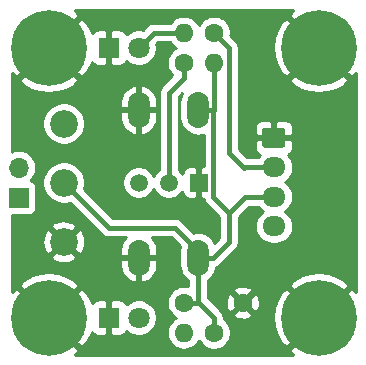
<source format=gbr>
G04 #@! TF.GenerationSoftware,KiCad,Pcbnew,(5.1.4)-1*
G04 #@! TF.CreationDate,2021-01-14T09:01:17+01:00*
G04 #@! TF.ProjectId,daughterBoard,64617567-6874-4657-9242-6f6172642e6b,rev?*
G04 #@! TF.SameCoordinates,Original*
G04 #@! TF.FileFunction,Copper,L1,Top*
G04 #@! TF.FilePolarity,Positive*
%FSLAX46Y46*%
G04 Gerber Fmt 4.6, Leading zero omitted, Abs format (unit mm)*
G04 Created by KiCad (PCBNEW (5.1.4)-1) date 2021-01-14 09:01:17*
%MOMM*%
%LPD*%
G04 APERTURE LIST*
%ADD10C,0.100000*%
%ADD11C,1.700000*%
%ADD12O,1.950000X1.700000*%
%ADD13C,6.400000*%
%ADD14C,0.800000*%
%ADD15C,2.340000*%
%ADD16O,1.850000X3.048000*%
%ADD17C,1.600000*%
%ADD18R,1.800000X1.800000*%
%ADD19C,1.800000*%
%ADD20R,1.700000X1.700000*%
%ADD21O,1.700000X1.700000*%
%ADD22C,1.500000*%
%ADD23R,1.500000X1.500000*%
%ADD24O,1.600000X1.600000*%
%ADD25C,0.400000*%
%ADD26C,0.254000*%
G04 APERTURE END LIST*
D10*
G36*
X153149504Y-99481204D02*
G01*
X153173773Y-99484804D01*
X153197571Y-99490765D01*
X153220671Y-99499030D01*
X153242849Y-99509520D01*
X153263893Y-99522133D01*
X153283598Y-99536747D01*
X153301777Y-99553223D01*
X153318253Y-99571402D01*
X153332867Y-99591107D01*
X153345480Y-99612151D01*
X153355970Y-99634329D01*
X153364235Y-99657429D01*
X153370196Y-99681227D01*
X153373796Y-99705496D01*
X153375000Y-99730000D01*
X153375000Y-100930000D01*
X153373796Y-100954504D01*
X153370196Y-100978773D01*
X153364235Y-101002571D01*
X153355970Y-101025671D01*
X153345480Y-101047849D01*
X153332867Y-101068893D01*
X153318253Y-101088598D01*
X153301777Y-101106777D01*
X153283598Y-101123253D01*
X153263893Y-101137867D01*
X153242849Y-101150480D01*
X153220671Y-101160970D01*
X153197571Y-101169235D01*
X153173773Y-101175196D01*
X153149504Y-101178796D01*
X153125000Y-101180000D01*
X151675000Y-101180000D01*
X151650496Y-101178796D01*
X151626227Y-101175196D01*
X151602429Y-101169235D01*
X151579329Y-101160970D01*
X151557151Y-101150480D01*
X151536107Y-101137867D01*
X151516402Y-101123253D01*
X151498223Y-101106777D01*
X151481747Y-101088598D01*
X151467133Y-101068893D01*
X151454520Y-101047849D01*
X151444030Y-101025671D01*
X151435765Y-101002571D01*
X151429804Y-100978773D01*
X151426204Y-100954504D01*
X151425000Y-100930000D01*
X151425000Y-99730000D01*
X151426204Y-99705496D01*
X151429804Y-99681227D01*
X151435765Y-99657429D01*
X151444030Y-99634329D01*
X151454520Y-99612151D01*
X151467133Y-99591107D01*
X151481747Y-99571402D01*
X151498223Y-99553223D01*
X151516402Y-99536747D01*
X151536107Y-99522133D01*
X151557151Y-99509520D01*
X151579329Y-99499030D01*
X151602429Y-99490765D01*
X151626227Y-99484804D01*
X151650496Y-99481204D01*
X151675000Y-99480000D01*
X153125000Y-99480000D01*
X153149504Y-99481204D01*
X153149504Y-99481204D01*
G37*
D11*
X152400000Y-100330000D03*
D12*
X152400000Y-102830000D03*
X152400000Y-105330000D03*
X152400000Y-107830000D03*
D13*
X156210000Y-115570000D03*
D14*
X158610000Y-115570000D03*
X157907056Y-117267056D03*
X156210000Y-117970000D03*
X154512944Y-117267056D03*
X153810000Y-115570000D03*
X154512944Y-113872944D03*
X156210000Y-113170000D03*
X157907056Y-113872944D03*
X135047056Y-113872944D03*
X133350000Y-113170000D03*
X131652944Y-113872944D03*
X130950000Y-115570000D03*
X131652944Y-117267056D03*
X133350000Y-117970000D03*
X135047056Y-117267056D03*
X135750000Y-115570000D03*
D13*
X133350000Y-115570000D03*
X133350000Y-92710000D03*
D14*
X135750000Y-92710000D03*
X135047056Y-94407056D03*
X133350000Y-95110000D03*
X131652944Y-94407056D03*
X130950000Y-92710000D03*
X131652944Y-91012944D03*
X133350000Y-90310000D03*
X135047056Y-91012944D03*
X157907056Y-91012944D03*
X156210000Y-90310000D03*
X154512944Y-91012944D03*
X153810000Y-92710000D03*
X154512944Y-94407056D03*
X156210000Y-95110000D03*
X157907056Y-94407056D03*
X158610000Y-92710000D03*
D13*
X156210000Y-92710000D03*
D15*
X134620000Y-109140000D03*
X134620000Y-104140000D03*
X134620000Y-99140000D03*
D16*
X140970000Y-97990000D03*
X145970000Y-97990000D03*
X140970000Y-110490000D03*
X145970000Y-110490000D03*
D17*
X144780000Y-114300000D03*
X149780000Y-114300000D03*
D18*
X138430000Y-92710000D03*
D19*
X140970000Y-92710000D03*
X140970000Y-115570000D03*
D18*
X138430000Y-115570000D03*
D20*
X130810000Y-105410000D03*
D21*
X130810000Y-102870000D03*
D22*
X143510000Y-104140000D03*
X140970000Y-104140000D03*
D23*
X146050000Y-104140000D03*
D17*
X147320000Y-116840000D03*
D24*
X144780000Y-116840000D03*
X144780000Y-91440000D03*
D17*
X147320000Y-91440000D03*
X144780000Y-93980000D03*
D24*
X147320000Y-93980000D03*
D25*
X147320000Y-116840000D02*
X147320000Y-115570000D01*
X144780000Y-114300000D02*
X146050000Y-114300000D01*
X146050000Y-114300000D02*
X147320000Y-115570000D01*
X145970000Y-110490000D02*
X145970000Y-114220000D01*
X152400000Y-105330000D02*
X149940000Y-105330000D01*
X147295000Y-110490000D02*
X148590000Y-109195000D01*
X145970000Y-110490000D02*
X147295000Y-110490000D01*
X148590000Y-109195000D02*
X148590000Y-106680000D01*
X148590000Y-106680000D02*
X149860000Y-105410000D01*
X145970000Y-109891000D02*
X145970000Y-110490000D01*
X144029000Y-107950000D02*
X145970000Y-109891000D01*
X138430000Y-107950000D02*
X144029000Y-107950000D01*
X134620000Y-104140000D02*
X138430000Y-107950000D01*
X147320000Y-95111370D02*
X147320000Y-93980000D01*
X147320000Y-97965000D02*
X147320000Y-95111370D01*
X147295000Y-97990000D02*
X147320000Y-97965000D01*
X145970000Y-97990000D02*
X147295000Y-97990000D01*
X147295000Y-105385000D02*
X148590000Y-106680000D01*
X147295000Y-97990000D02*
X147295000Y-105385000D01*
X140970000Y-92710000D02*
X142240000Y-91440000D01*
X142240000Y-91440000D02*
X144780000Y-91440000D01*
X149900000Y-102830000D02*
X152400000Y-102830000D01*
X149860000Y-102870000D02*
X149900000Y-102830000D01*
X148590000Y-101600000D02*
X149860000Y-102870000D01*
X147320000Y-91440000D02*
X148590000Y-92710000D01*
X148590000Y-92710000D02*
X148590000Y-101600000D01*
X144780000Y-93980000D02*
X144780000Y-95250000D01*
X144780000Y-95250000D02*
X143510000Y-96520000D01*
X143510000Y-96520000D02*
X143510000Y-104140000D01*
D26*
G36*
X153688724Y-90009119D02*
G01*
X156210000Y-92530395D01*
X156224143Y-92516253D01*
X156403748Y-92695858D01*
X156389605Y-92710000D01*
X158910881Y-95231276D01*
X159360000Y-94900914D01*
X159360001Y-113379086D01*
X158910881Y-113048724D01*
X156389605Y-115570000D01*
X156403748Y-115584143D01*
X156224143Y-115763748D01*
X156210000Y-115749605D01*
X153688724Y-118270881D01*
X154019086Y-118720000D01*
X135540914Y-118720000D01*
X135871276Y-118270881D01*
X133350000Y-115749605D01*
X133335858Y-115763748D01*
X133156253Y-115584143D01*
X133170395Y-115570000D01*
X133529605Y-115570000D01*
X136050881Y-118091276D01*
X136540548Y-117731088D01*
X136900849Y-117067118D01*
X136984695Y-116796865D01*
X136999463Y-116824494D01*
X137078815Y-116921185D01*
X137175506Y-117000537D01*
X137285820Y-117059502D01*
X137405518Y-117095812D01*
X137530000Y-117108072D01*
X138144250Y-117105000D01*
X138303000Y-116946250D01*
X138303000Y-115697000D01*
X138283000Y-115697000D01*
X138283000Y-115443000D01*
X138303000Y-115443000D01*
X138303000Y-114193750D01*
X138557000Y-114193750D01*
X138557000Y-115443000D01*
X138577000Y-115443000D01*
X138577000Y-115697000D01*
X138557000Y-115697000D01*
X138557000Y-116946250D01*
X138715750Y-117105000D01*
X139330000Y-117108072D01*
X139454482Y-117095812D01*
X139574180Y-117059502D01*
X139684494Y-117000537D01*
X139781185Y-116921185D01*
X139860537Y-116824494D01*
X139919502Y-116714180D01*
X139925056Y-116695873D01*
X139991495Y-116762312D01*
X140242905Y-116930299D01*
X140522257Y-117046011D01*
X140818816Y-117105000D01*
X141121184Y-117105000D01*
X141417743Y-117046011D01*
X141697095Y-116930299D01*
X141948505Y-116762312D01*
X142162312Y-116548505D01*
X142330299Y-116297095D01*
X142446011Y-116017743D01*
X142505000Y-115721184D01*
X142505000Y-115418816D01*
X142446011Y-115122257D01*
X142330299Y-114842905D01*
X142162312Y-114591495D01*
X141948505Y-114377688D01*
X141697095Y-114209701D01*
X141417743Y-114093989D01*
X141121184Y-114035000D01*
X140818816Y-114035000D01*
X140522257Y-114093989D01*
X140242905Y-114209701D01*
X139991495Y-114377688D01*
X139925056Y-114444127D01*
X139919502Y-114425820D01*
X139860537Y-114315506D01*
X139781185Y-114218815D01*
X139684494Y-114139463D01*
X139574180Y-114080498D01*
X139454482Y-114044188D01*
X139330000Y-114031928D01*
X138715750Y-114035000D01*
X138557000Y-114193750D01*
X138303000Y-114193750D01*
X138144250Y-114035000D01*
X137530000Y-114031928D01*
X137405518Y-114044188D01*
X137285820Y-114080498D01*
X137175506Y-114139463D01*
X137078815Y-114218815D01*
X136999463Y-114315506D01*
X136985702Y-114341251D01*
X136919452Y-114117792D01*
X136567555Y-113449330D01*
X136540548Y-113408912D01*
X136050881Y-113048724D01*
X133529605Y-115570000D01*
X133170395Y-115570000D01*
X130649119Y-113048724D01*
X130200000Y-113379086D01*
X130200000Y-112869119D01*
X130828724Y-112869119D01*
X133350000Y-115390395D01*
X135871276Y-112869119D01*
X135511088Y-112379452D01*
X134847118Y-112019151D01*
X134125615Y-111795306D01*
X133374305Y-111716520D01*
X132622062Y-111785822D01*
X131897792Y-112000548D01*
X131229330Y-112352445D01*
X131188912Y-112379452D01*
X130828724Y-112869119D01*
X130200000Y-112869119D01*
X130200000Y-110396602D01*
X133543003Y-110396602D01*
X133659275Y-110678389D01*
X133977860Y-110836257D01*
X134321122Y-110928938D01*
X134675869Y-110952873D01*
X135028470Y-110907139D01*
X135365373Y-110793495D01*
X135580725Y-110678389D01*
X135606055Y-110617000D01*
X139410000Y-110617000D01*
X139410000Y-111216000D01*
X139464751Y-111517901D01*
X139577348Y-111803319D01*
X139743464Y-112061286D01*
X139956715Y-112281889D01*
X140208906Y-112456650D01*
X140490345Y-112578853D01*
X140601336Y-112604812D01*
X140843000Y-112484483D01*
X140843000Y-110617000D01*
X141097000Y-110617000D01*
X141097000Y-112484483D01*
X141338664Y-112604812D01*
X141449655Y-112578853D01*
X141731094Y-112456650D01*
X141983285Y-112281889D01*
X142196536Y-112061286D01*
X142362652Y-111803319D01*
X142475249Y-111517901D01*
X142530000Y-111216000D01*
X142530000Y-110617000D01*
X141097000Y-110617000D01*
X140843000Y-110617000D01*
X139410000Y-110617000D01*
X135606055Y-110617000D01*
X135696997Y-110396602D01*
X134620000Y-109319605D01*
X133543003Y-110396602D01*
X130200000Y-110396602D01*
X130200000Y-109195869D01*
X132807127Y-109195869D01*
X132852861Y-109548470D01*
X132966505Y-109885373D01*
X133081611Y-110100725D01*
X133363398Y-110216997D01*
X134440395Y-109140000D01*
X134799605Y-109140000D01*
X135876602Y-110216997D01*
X136158389Y-110100725D01*
X136316257Y-109782140D01*
X136408938Y-109438878D01*
X136432873Y-109084131D01*
X136387139Y-108731530D01*
X136273495Y-108394627D01*
X136158389Y-108179275D01*
X135876602Y-108063003D01*
X134799605Y-109140000D01*
X134440395Y-109140000D01*
X133363398Y-108063003D01*
X133081611Y-108179275D01*
X132923743Y-108497860D01*
X132831062Y-108841122D01*
X132807127Y-109195869D01*
X130200000Y-109195869D01*
X130200000Y-107883398D01*
X133543003Y-107883398D01*
X134620000Y-108960395D01*
X135696997Y-107883398D01*
X135580725Y-107601611D01*
X135262140Y-107443743D01*
X134918878Y-107351062D01*
X134564131Y-107327127D01*
X134211530Y-107372861D01*
X133874627Y-107486505D01*
X133659275Y-107601611D01*
X133543003Y-107883398D01*
X130200000Y-107883398D01*
X130200000Y-106898072D01*
X131660000Y-106898072D01*
X131784482Y-106885812D01*
X131904180Y-106849502D01*
X132014494Y-106790537D01*
X132111185Y-106711185D01*
X132190537Y-106614494D01*
X132249502Y-106504180D01*
X132285812Y-106384482D01*
X132298072Y-106260000D01*
X132298072Y-104560000D01*
X132285812Y-104435518D01*
X132249502Y-104315820D01*
X132190537Y-104205506D01*
X132111185Y-104108815D01*
X132014494Y-104029463D01*
X131904180Y-103970498D01*
X131876902Y-103962223D01*
X132815000Y-103962223D01*
X132815000Y-104317777D01*
X132884365Y-104666499D01*
X133020429Y-104994988D01*
X133217965Y-105290621D01*
X133469379Y-105542035D01*
X133765012Y-105739571D01*
X134093501Y-105875635D01*
X134442223Y-105945000D01*
X134797777Y-105945000D01*
X135146499Y-105875635D01*
X135166488Y-105867355D01*
X137810563Y-108511432D01*
X137836709Y-108543291D01*
X137868568Y-108569437D01*
X137868570Y-108569439D01*
X137963854Y-108647636D01*
X138108913Y-108725172D01*
X138266311Y-108772918D01*
X138388981Y-108785000D01*
X138388982Y-108785000D01*
X138430000Y-108789040D01*
X138471018Y-108785000D01*
X139872722Y-108785000D01*
X139743464Y-108918714D01*
X139577348Y-109176681D01*
X139464751Y-109462099D01*
X139410000Y-109764000D01*
X139410000Y-110363000D01*
X140843000Y-110363000D01*
X140843000Y-110343000D01*
X141097000Y-110343000D01*
X141097000Y-110363000D01*
X142530000Y-110363000D01*
X142530000Y-109764000D01*
X142475249Y-109462099D01*
X142362652Y-109176681D01*
X142196536Y-108918714D01*
X142067278Y-108785000D01*
X143683133Y-108785000D01*
X144444383Y-109546251D01*
X144432572Y-109585188D01*
X144410000Y-109814365D01*
X144410000Y-111165636D01*
X144432572Y-111394813D01*
X144521774Y-111688875D01*
X144666632Y-111959883D01*
X144861577Y-112197424D01*
X145099118Y-112392369D01*
X145135001Y-112411549D01*
X145135001Y-112907501D01*
X144921335Y-112865000D01*
X144638665Y-112865000D01*
X144361426Y-112920147D01*
X144100273Y-113028320D01*
X143865241Y-113185363D01*
X143665363Y-113385241D01*
X143508320Y-113620273D01*
X143400147Y-113881426D01*
X143345000Y-114158665D01*
X143345000Y-114441335D01*
X143400147Y-114718574D01*
X143508320Y-114979727D01*
X143665363Y-115214759D01*
X143865241Y-115414637D01*
X144100273Y-115571680D01*
X144105029Y-115573650D01*
X143978899Y-115641068D01*
X143760392Y-115820392D01*
X143581068Y-116038899D01*
X143447818Y-116288192D01*
X143365764Y-116558691D01*
X143338057Y-116840000D01*
X143365764Y-117121309D01*
X143447818Y-117391808D01*
X143581068Y-117641101D01*
X143760392Y-117859608D01*
X143978899Y-118038932D01*
X144228192Y-118172182D01*
X144498691Y-118254236D01*
X144709508Y-118275000D01*
X144850492Y-118275000D01*
X145061309Y-118254236D01*
X145331808Y-118172182D01*
X145581101Y-118038932D01*
X145799608Y-117859608D01*
X145978932Y-117641101D01*
X146046350Y-117514971D01*
X146048320Y-117519727D01*
X146205363Y-117754759D01*
X146405241Y-117954637D01*
X146640273Y-118111680D01*
X146901426Y-118219853D01*
X147178665Y-118275000D01*
X147461335Y-118275000D01*
X147738574Y-118219853D01*
X147999727Y-118111680D01*
X148234759Y-117954637D01*
X148434637Y-117754759D01*
X148591680Y-117519727D01*
X148699853Y-117258574D01*
X148755000Y-116981335D01*
X148755000Y-116698665D01*
X148699853Y-116421426D01*
X148591680Y-116160273D01*
X148434637Y-115925241D01*
X148234759Y-115725363D01*
X148155000Y-115672070D01*
X148155000Y-115611015D01*
X148159040Y-115569999D01*
X148154865Y-115527610D01*
X148142918Y-115406311D01*
X148108456Y-115292702D01*
X148966903Y-115292702D01*
X149038486Y-115536671D01*
X149293996Y-115657571D01*
X149568184Y-115726300D01*
X149850512Y-115740217D01*
X150130130Y-115698787D01*
X150396292Y-115603603D01*
X150504631Y-115545695D01*
X152356520Y-115545695D01*
X152425822Y-116297938D01*
X152640548Y-117022208D01*
X152992445Y-117690670D01*
X153019452Y-117731088D01*
X153509119Y-118091276D01*
X156030395Y-115570000D01*
X153509119Y-113048724D01*
X153019452Y-113408912D01*
X152659151Y-114072882D01*
X152435306Y-114794385D01*
X152356520Y-115545695D01*
X150504631Y-115545695D01*
X150521514Y-115536671D01*
X150593097Y-115292702D01*
X149780000Y-114479605D01*
X148966903Y-115292702D01*
X148108456Y-115292702D01*
X148095172Y-115248913D01*
X148017636Y-115103854D01*
X147913291Y-114976709D01*
X147881426Y-114950558D01*
X147301380Y-114370512D01*
X148339783Y-114370512D01*
X148381213Y-114650130D01*
X148476397Y-114916292D01*
X148543329Y-115041514D01*
X148787298Y-115113097D01*
X149600395Y-114300000D01*
X149959605Y-114300000D01*
X150772702Y-115113097D01*
X151016671Y-115041514D01*
X151137571Y-114786004D01*
X151206300Y-114511816D01*
X151220217Y-114229488D01*
X151178787Y-113949870D01*
X151083603Y-113683708D01*
X151016671Y-113558486D01*
X150772702Y-113486903D01*
X149959605Y-114300000D01*
X149600395Y-114300000D01*
X148787298Y-113486903D01*
X148543329Y-113558486D01*
X148422429Y-113813996D01*
X148353700Y-114088184D01*
X148339783Y-114370512D01*
X147301380Y-114370512D01*
X146805000Y-113874133D01*
X146805000Y-113307298D01*
X148966903Y-113307298D01*
X149780000Y-114120395D01*
X150593097Y-113307298D01*
X150521514Y-113063329D01*
X150266004Y-112942429D01*
X149991816Y-112873700D01*
X149898884Y-112869119D01*
X153688724Y-112869119D01*
X156210000Y-115390395D01*
X158731276Y-112869119D01*
X158371088Y-112379452D01*
X157707118Y-112019151D01*
X156985615Y-111795306D01*
X156234305Y-111716520D01*
X155482062Y-111785822D01*
X154757792Y-112000548D01*
X154089330Y-112352445D01*
X154048912Y-112379452D01*
X153688724Y-112869119D01*
X149898884Y-112869119D01*
X149709488Y-112859783D01*
X149429870Y-112901213D01*
X149163708Y-112996397D01*
X149038486Y-113063329D01*
X148966903Y-113307298D01*
X146805000Y-113307298D01*
X146805000Y-112411549D01*
X146840883Y-112392369D01*
X147078424Y-112197424D01*
X147273369Y-111959883D01*
X147418226Y-111688875D01*
X147507428Y-111394813D01*
X147517243Y-111295156D01*
X147616087Y-111265172D01*
X147761146Y-111187636D01*
X147888291Y-111083291D01*
X147914446Y-111051422D01*
X149151433Y-109814436D01*
X149183291Y-109788291D01*
X149287636Y-109661146D01*
X149365172Y-109516087D01*
X149412918Y-109358689D01*
X149425000Y-109236019D01*
X149425000Y-109236018D01*
X149429040Y-109195000D01*
X149425000Y-109153982D01*
X149425000Y-107025867D01*
X150285868Y-106165000D01*
X151039207Y-106165000D01*
X151219866Y-106385134D01*
X151445986Y-106570706D01*
X151463374Y-106580000D01*
X151445986Y-106589294D01*
X151219866Y-106774866D01*
X151034294Y-107000986D01*
X150896401Y-107258966D01*
X150811487Y-107538889D01*
X150782815Y-107830000D01*
X150811487Y-108121111D01*
X150896401Y-108401034D01*
X151034294Y-108659014D01*
X151219866Y-108885134D01*
X151445986Y-109070706D01*
X151703966Y-109208599D01*
X151983889Y-109293513D01*
X152202050Y-109315000D01*
X152597950Y-109315000D01*
X152816111Y-109293513D01*
X153096034Y-109208599D01*
X153354014Y-109070706D01*
X153580134Y-108885134D01*
X153765706Y-108659014D01*
X153903599Y-108401034D01*
X153988513Y-108121111D01*
X154017185Y-107830000D01*
X153988513Y-107538889D01*
X153903599Y-107258966D01*
X153765706Y-107000986D01*
X153580134Y-106774866D01*
X153354014Y-106589294D01*
X153336626Y-106580000D01*
X153354014Y-106570706D01*
X153580134Y-106385134D01*
X153765706Y-106159014D01*
X153903599Y-105901034D01*
X153988513Y-105621111D01*
X154017185Y-105330000D01*
X153988513Y-105038889D01*
X153903599Y-104758966D01*
X153765706Y-104500986D01*
X153580134Y-104274866D01*
X153354014Y-104089294D01*
X153336626Y-104080000D01*
X153354014Y-104070706D01*
X153580134Y-103885134D01*
X153765706Y-103659014D01*
X153903599Y-103401034D01*
X153988513Y-103121111D01*
X154017185Y-102830000D01*
X153988513Y-102538889D01*
X153903599Y-102258966D01*
X153765706Y-102000986D01*
X153584392Y-101780055D01*
X153619180Y-101769502D01*
X153729494Y-101710537D01*
X153826185Y-101631185D01*
X153905537Y-101534494D01*
X153964502Y-101424180D01*
X154000812Y-101304482D01*
X154013072Y-101180000D01*
X154010000Y-100615750D01*
X153851250Y-100457000D01*
X152527000Y-100457000D01*
X152527000Y-100477000D01*
X152273000Y-100477000D01*
X152273000Y-100457000D01*
X150948750Y-100457000D01*
X150790000Y-100615750D01*
X150786928Y-101180000D01*
X150799188Y-101304482D01*
X150835498Y-101424180D01*
X150894463Y-101534494D01*
X150973815Y-101631185D01*
X151070506Y-101710537D01*
X151180820Y-101769502D01*
X151215608Y-101780055D01*
X151039207Y-101995000D01*
X150165868Y-101995000D01*
X149425000Y-101254133D01*
X149425000Y-99480000D01*
X150786928Y-99480000D01*
X150790000Y-100044250D01*
X150948750Y-100203000D01*
X152273000Y-100203000D01*
X152273000Y-99003750D01*
X152527000Y-99003750D01*
X152527000Y-100203000D01*
X153851250Y-100203000D01*
X154010000Y-100044250D01*
X154013072Y-99480000D01*
X154000812Y-99355518D01*
X153964502Y-99235820D01*
X153905537Y-99125506D01*
X153826185Y-99028815D01*
X153729494Y-98949463D01*
X153619180Y-98890498D01*
X153499482Y-98854188D01*
X153375000Y-98841928D01*
X152685750Y-98845000D01*
X152527000Y-99003750D01*
X152273000Y-99003750D01*
X152114250Y-98845000D01*
X151425000Y-98841928D01*
X151300518Y-98854188D01*
X151180820Y-98890498D01*
X151070506Y-98949463D01*
X150973815Y-99028815D01*
X150894463Y-99125506D01*
X150835498Y-99235820D01*
X150799188Y-99355518D01*
X150786928Y-99480000D01*
X149425000Y-99480000D01*
X149425000Y-95410881D01*
X153688724Y-95410881D01*
X154048912Y-95900548D01*
X154712882Y-96260849D01*
X155434385Y-96484694D01*
X156185695Y-96563480D01*
X156937938Y-96494178D01*
X157662208Y-96279452D01*
X158330670Y-95927555D01*
X158371088Y-95900548D01*
X158731276Y-95410881D01*
X156210000Y-92889605D01*
X153688724Y-95410881D01*
X149425000Y-95410881D01*
X149425000Y-92751015D01*
X149429040Y-92709999D01*
X149426647Y-92685695D01*
X152356520Y-92685695D01*
X152425822Y-93437938D01*
X152640548Y-94162208D01*
X152992445Y-94830670D01*
X153019452Y-94871088D01*
X153509119Y-95231276D01*
X156030395Y-92710000D01*
X153509119Y-90188724D01*
X153019452Y-90548912D01*
X152659151Y-91212882D01*
X152435306Y-91934385D01*
X152356520Y-92685695D01*
X149426647Y-92685695D01*
X149425000Y-92668981D01*
X149412918Y-92546311D01*
X149365172Y-92388913D01*
X149287636Y-92243854D01*
X149183291Y-92116709D01*
X149151428Y-92090560D01*
X148736286Y-91675418D01*
X148755000Y-91581335D01*
X148755000Y-91298665D01*
X148699853Y-91021426D01*
X148591680Y-90760273D01*
X148434637Y-90525241D01*
X148234759Y-90325363D01*
X147999727Y-90168320D01*
X147738574Y-90060147D01*
X147461335Y-90005000D01*
X147178665Y-90005000D01*
X146901426Y-90060147D01*
X146640273Y-90168320D01*
X146405241Y-90325363D01*
X146205363Y-90525241D01*
X146048320Y-90760273D01*
X146046350Y-90765029D01*
X145978932Y-90638899D01*
X145799608Y-90420392D01*
X145581101Y-90241068D01*
X145331808Y-90107818D01*
X145061309Y-90025764D01*
X144850492Y-90005000D01*
X144709508Y-90005000D01*
X144498691Y-90025764D01*
X144228192Y-90107818D01*
X143978899Y-90241068D01*
X143760392Y-90420392D01*
X143608888Y-90605000D01*
X142281015Y-90605000D01*
X142239999Y-90600960D01*
X142198983Y-90605000D01*
X142198981Y-90605000D01*
X142076311Y-90617082D01*
X141918913Y-90664828D01*
X141773854Y-90742364D01*
X141646709Y-90846709D01*
X141620558Y-90878574D01*
X141290461Y-91208671D01*
X141121184Y-91175000D01*
X140818816Y-91175000D01*
X140522257Y-91233989D01*
X140242905Y-91349701D01*
X139991495Y-91517688D01*
X139925056Y-91584127D01*
X139919502Y-91565820D01*
X139860537Y-91455506D01*
X139781185Y-91358815D01*
X139684494Y-91279463D01*
X139574180Y-91220498D01*
X139454482Y-91184188D01*
X139330000Y-91171928D01*
X138715750Y-91175000D01*
X138557000Y-91333750D01*
X138557000Y-92583000D01*
X138577000Y-92583000D01*
X138577000Y-92837000D01*
X138557000Y-92837000D01*
X138557000Y-94086250D01*
X138715750Y-94245000D01*
X139330000Y-94248072D01*
X139454482Y-94235812D01*
X139574180Y-94199502D01*
X139684494Y-94140537D01*
X139781185Y-94061185D01*
X139860537Y-93964494D01*
X139919502Y-93854180D01*
X139925056Y-93835873D01*
X139991495Y-93902312D01*
X140242905Y-94070299D01*
X140522257Y-94186011D01*
X140818816Y-94245000D01*
X141121184Y-94245000D01*
X141417743Y-94186011D01*
X141697095Y-94070299D01*
X141948505Y-93902312D01*
X142162312Y-93688505D01*
X142330299Y-93437095D01*
X142446011Y-93157743D01*
X142505000Y-92861184D01*
X142505000Y-92558816D01*
X142471329Y-92389539D01*
X142585868Y-92275000D01*
X143608888Y-92275000D01*
X143760392Y-92459608D01*
X143978899Y-92638932D01*
X144105029Y-92706350D01*
X144100273Y-92708320D01*
X143865241Y-92865363D01*
X143665363Y-93065241D01*
X143508320Y-93300273D01*
X143400147Y-93561426D01*
X143345000Y-93838665D01*
X143345000Y-94121335D01*
X143400147Y-94398574D01*
X143508320Y-94659727D01*
X143665363Y-94894759D01*
X143809868Y-95039264D01*
X142948579Y-95900554D01*
X142916709Y-95926709D01*
X142828276Y-96034466D01*
X142812364Y-96053855D01*
X142734828Y-96198914D01*
X142687082Y-96356312D01*
X142670960Y-96520000D01*
X142675000Y-96561019D01*
X142675001Y-103032204D01*
X142627114Y-103064201D01*
X142434201Y-103257114D01*
X142282629Y-103483957D01*
X142240000Y-103586873D01*
X142197371Y-103483957D01*
X142045799Y-103257114D01*
X141852886Y-103064201D01*
X141626043Y-102912629D01*
X141373989Y-102808225D01*
X141106411Y-102755000D01*
X140833589Y-102755000D01*
X140566011Y-102808225D01*
X140313957Y-102912629D01*
X140087114Y-103064201D01*
X139894201Y-103257114D01*
X139742629Y-103483957D01*
X139638225Y-103736011D01*
X139585000Y-104003589D01*
X139585000Y-104276411D01*
X139638225Y-104543989D01*
X139742629Y-104796043D01*
X139894201Y-105022886D01*
X140087114Y-105215799D01*
X140313957Y-105367371D01*
X140566011Y-105471775D01*
X140833589Y-105525000D01*
X141106411Y-105525000D01*
X141373989Y-105471775D01*
X141626043Y-105367371D01*
X141852886Y-105215799D01*
X142045799Y-105022886D01*
X142197371Y-104796043D01*
X142240000Y-104693127D01*
X142282629Y-104796043D01*
X142434201Y-105022886D01*
X142627114Y-105215799D01*
X142853957Y-105367371D01*
X143106011Y-105471775D01*
X143373589Y-105525000D01*
X143646411Y-105525000D01*
X143913989Y-105471775D01*
X144166043Y-105367371D01*
X144392886Y-105215799D01*
X144585799Y-105022886D01*
X144663555Y-104906517D01*
X144674188Y-105014482D01*
X144710498Y-105134180D01*
X144769463Y-105244494D01*
X144848815Y-105341185D01*
X144945506Y-105420537D01*
X145055820Y-105479502D01*
X145175518Y-105515812D01*
X145300000Y-105528072D01*
X145764250Y-105525000D01*
X145923000Y-105366250D01*
X145923000Y-104267000D01*
X145903000Y-104267000D01*
X145903000Y-104013000D01*
X145923000Y-104013000D01*
X145923000Y-102913750D01*
X145764250Y-102755000D01*
X145300000Y-102751928D01*
X145175518Y-102764188D01*
X145055820Y-102800498D01*
X144945506Y-102859463D01*
X144848815Y-102938815D01*
X144769463Y-103035506D01*
X144710498Y-103145820D01*
X144674188Y-103265518D01*
X144663555Y-103373483D01*
X144585799Y-103257114D01*
X144392886Y-103064201D01*
X144345000Y-103032205D01*
X144345000Y-96865867D01*
X144638936Y-96571931D01*
X144521774Y-96791126D01*
X144432572Y-97085188D01*
X144410000Y-97314365D01*
X144410000Y-98665636D01*
X144432572Y-98894813D01*
X144521774Y-99188875D01*
X144666632Y-99459883D01*
X144861577Y-99697424D01*
X145099118Y-99892369D01*
X145370126Y-100037226D01*
X145664188Y-100126428D01*
X145970000Y-100156548D01*
X146275813Y-100126428D01*
X146460000Y-100070556D01*
X146460001Y-102754178D01*
X146335750Y-102755000D01*
X146177000Y-102913750D01*
X146177000Y-104013000D01*
X146197000Y-104013000D01*
X146197000Y-104267000D01*
X146177000Y-104267000D01*
X146177000Y-105366250D01*
X146335750Y-105525000D01*
X146469836Y-105525887D01*
X146472082Y-105548688D01*
X146519828Y-105706086D01*
X146597364Y-105851145D01*
X146617463Y-105875635D01*
X146701710Y-105978291D01*
X146733574Y-106004441D01*
X147755001Y-107025869D01*
X147755000Y-108849131D01*
X147381575Y-109222557D01*
X147273369Y-109020117D01*
X147078424Y-108782576D01*
X146840882Y-108587631D01*
X146569874Y-108442774D01*
X146275812Y-108353572D01*
X145970000Y-108323452D01*
X145664187Y-108353572D01*
X145625251Y-108365383D01*
X144648446Y-107388579D01*
X144622291Y-107356709D01*
X144495146Y-107252364D01*
X144350087Y-107174828D01*
X144192689Y-107127082D01*
X144070019Y-107115000D01*
X144070018Y-107115000D01*
X144029000Y-107110960D01*
X143987982Y-107115000D01*
X138775869Y-107115000D01*
X136347355Y-104686488D01*
X136355635Y-104666499D01*
X136425000Y-104317777D01*
X136425000Y-103962223D01*
X136355635Y-103613501D01*
X136219571Y-103285012D01*
X136022035Y-102989379D01*
X135770621Y-102737965D01*
X135474988Y-102540429D01*
X135146499Y-102404365D01*
X134797777Y-102335000D01*
X134442223Y-102335000D01*
X134093501Y-102404365D01*
X133765012Y-102540429D01*
X133469379Y-102737965D01*
X133217965Y-102989379D01*
X133020429Y-103285012D01*
X132884365Y-103613501D01*
X132815000Y-103962223D01*
X131876902Y-103962223D01*
X131835313Y-103949607D01*
X131865134Y-103925134D01*
X132050706Y-103699014D01*
X132188599Y-103441034D01*
X132273513Y-103161111D01*
X132302185Y-102870000D01*
X132273513Y-102578889D01*
X132188599Y-102298966D01*
X132050706Y-102040986D01*
X131865134Y-101814866D01*
X131639014Y-101629294D01*
X131381034Y-101491401D01*
X131101111Y-101406487D01*
X130882950Y-101385000D01*
X130737050Y-101385000D01*
X130518889Y-101406487D01*
X130238966Y-101491401D01*
X130200000Y-101512229D01*
X130200000Y-98962223D01*
X132815000Y-98962223D01*
X132815000Y-99317777D01*
X132884365Y-99666499D01*
X133020429Y-99994988D01*
X133217965Y-100290621D01*
X133469379Y-100542035D01*
X133765012Y-100739571D01*
X134093501Y-100875635D01*
X134442223Y-100945000D01*
X134797777Y-100945000D01*
X135146499Y-100875635D01*
X135474988Y-100739571D01*
X135770621Y-100542035D01*
X136022035Y-100290621D01*
X136219571Y-99994988D01*
X136355635Y-99666499D01*
X136425000Y-99317777D01*
X136425000Y-98962223D01*
X136355635Y-98613501D01*
X136219571Y-98285012D01*
X136107309Y-98117000D01*
X139410000Y-98117000D01*
X139410000Y-98716000D01*
X139464751Y-99017901D01*
X139577348Y-99303319D01*
X139743464Y-99561286D01*
X139956715Y-99781889D01*
X140208906Y-99956650D01*
X140490345Y-100078853D01*
X140601336Y-100104812D01*
X140843000Y-99984483D01*
X140843000Y-98117000D01*
X141097000Y-98117000D01*
X141097000Y-99984483D01*
X141338664Y-100104812D01*
X141449655Y-100078853D01*
X141731094Y-99956650D01*
X141983285Y-99781889D01*
X142196536Y-99561286D01*
X142362652Y-99303319D01*
X142475249Y-99017901D01*
X142530000Y-98716000D01*
X142530000Y-98117000D01*
X141097000Y-98117000D01*
X140843000Y-98117000D01*
X139410000Y-98117000D01*
X136107309Y-98117000D01*
X136022035Y-97989379D01*
X135770621Y-97737965D01*
X135474988Y-97540429D01*
X135146499Y-97404365D01*
X134797777Y-97335000D01*
X134442223Y-97335000D01*
X134093501Y-97404365D01*
X133765012Y-97540429D01*
X133469379Y-97737965D01*
X133217965Y-97989379D01*
X133020429Y-98285012D01*
X132884365Y-98613501D01*
X132815000Y-98962223D01*
X130200000Y-98962223D01*
X130200000Y-97264000D01*
X139410000Y-97264000D01*
X139410000Y-97863000D01*
X140843000Y-97863000D01*
X140843000Y-95995517D01*
X141097000Y-95995517D01*
X141097000Y-97863000D01*
X142530000Y-97863000D01*
X142530000Y-97264000D01*
X142475249Y-96962099D01*
X142362652Y-96676681D01*
X142196536Y-96418714D01*
X141983285Y-96198111D01*
X141731094Y-96023350D01*
X141449655Y-95901147D01*
X141338664Y-95875188D01*
X141097000Y-95995517D01*
X140843000Y-95995517D01*
X140601336Y-95875188D01*
X140490345Y-95901147D01*
X140208906Y-96023350D01*
X139956715Y-96198111D01*
X139743464Y-96418714D01*
X139577348Y-96676681D01*
X139464751Y-96962099D01*
X139410000Y-97264000D01*
X130200000Y-97264000D01*
X130200000Y-95410881D01*
X130828724Y-95410881D01*
X131188912Y-95900548D01*
X131852882Y-96260849D01*
X132574385Y-96484694D01*
X133325695Y-96563480D01*
X134077938Y-96494178D01*
X134802208Y-96279452D01*
X135470670Y-95927555D01*
X135511088Y-95900548D01*
X135871276Y-95410881D01*
X133350000Y-92889605D01*
X130828724Y-95410881D01*
X130200000Y-95410881D01*
X130200000Y-94900914D01*
X130649119Y-95231276D01*
X133170395Y-92710000D01*
X133529605Y-92710000D01*
X136050881Y-95231276D01*
X136540548Y-94871088D01*
X136900849Y-94207118D01*
X136984695Y-93936865D01*
X136999463Y-93964494D01*
X137078815Y-94061185D01*
X137175506Y-94140537D01*
X137285820Y-94199502D01*
X137405518Y-94235812D01*
X137530000Y-94248072D01*
X138144250Y-94245000D01*
X138303000Y-94086250D01*
X138303000Y-92837000D01*
X138283000Y-92837000D01*
X138283000Y-92583000D01*
X138303000Y-92583000D01*
X138303000Y-91333750D01*
X138144250Y-91175000D01*
X137530000Y-91171928D01*
X137405518Y-91184188D01*
X137285820Y-91220498D01*
X137175506Y-91279463D01*
X137078815Y-91358815D01*
X136999463Y-91455506D01*
X136985702Y-91481251D01*
X136919452Y-91257792D01*
X136567555Y-90589330D01*
X136540548Y-90548912D01*
X136050881Y-90188724D01*
X133529605Y-92710000D01*
X133170395Y-92710000D01*
X133156253Y-92695858D01*
X133335858Y-92516253D01*
X133350000Y-92530395D01*
X135871276Y-90009119D01*
X135540914Y-89560000D01*
X154019086Y-89560000D01*
X153688724Y-90009119D01*
X153688724Y-90009119D01*
G37*
X153688724Y-90009119D02*
X156210000Y-92530395D01*
X156224143Y-92516253D01*
X156403748Y-92695858D01*
X156389605Y-92710000D01*
X158910881Y-95231276D01*
X159360000Y-94900914D01*
X159360001Y-113379086D01*
X158910881Y-113048724D01*
X156389605Y-115570000D01*
X156403748Y-115584143D01*
X156224143Y-115763748D01*
X156210000Y-115749605D01*
X153688724Y-118270881D01*
X154019086Y-118720000D01*
X135540914Y-118720000D01*
X135871276Y-118270881D01*
X133350000Y-115749605D01*
X133335858Y-115763748D01*
X133156253Y-115584143D01*
X133170395Y-115570000D01*
X133529605Y-115570000D01*
X136050881Y-118091276D01*
X136540548Y-117731088D01*
X136900849Y-117067118D01*
X136984695Y-116796865D01*
X136999463Y-116824494D01*
X137078815Y-116921185D01*
X137175506Y-117000537D01*
X137285820Y-117059502D01*
X137405518Y-117095812D01*
X137530000Y-117108072D01*
X138144250Y-117105000D01*
X138303000Y-116946250D01*
X138303000Y-115697000D01*
X138283000Y-115697000D01*
X138283000Y-115443000D01*
X138303000Y-115443000D01*
X138303000Y-114193750D01*
X138557000Y-114193750D01*
X138557000Y-115443000D01*
X138577000Y-115443000D01*
X138577000Y-115697000D01*
X138557000Y-115697000D01*
X138557000Y-116946250D01*
X138715750Y-117105000D01*
X139330000Y-117108072D01*
X139454482Y-117095812D01*
X139574180Y-117059502D01*
X139684494Y-117000537D01*
X139781185Y-116921185D01*
X139860537Y-116824494D01*
X139919502Y-116714180D01*
X139925056Y-116695873D01*
X139991495Y-116762312D01*
X140242905Y-116930299D01*
X140522257Y-117046011D01*
X140818816Y-117105000D01*
X141121184Y-117105000D01*
X141417743Y-117046011D01*
X141697095Y-116930299D01*
X141948505Y-116762312D01*
X142162312Y-116548505D01*
X142330299Y-116297095D01*
X142446011Y-116017743D01*
X142505000Y-115721184D01*
X142505000Y-115418816D01*
X142446011Y-115122257D01*
X142330299Y-114842905D01*
X142162312Y-114591495D01*
X141948505Y-114377688D01*
X141697095Y-114209701D01*
X141417743Y-114093989D01*
X141121184Y-114035000D01*
X140818816Y-114035000D01*
X140522257Y-114093989D01*
X140242905Y-114209701D01*
X139991495Y-114377688D01*
X139925056Y-114444127D01*
X139919502Y-114425820D01*
X139860537Y-114315506D01*
X139781185Y-114218815D01*
X139684494Y-114139463D01*
X139574180Y-114080498D01*
X139454482Y-114044188D01*
X139330000Y-114031928D01*
X138715750Y-114035000D01*
X138557000Y-114193750D01*
X138303000Y-114193750D01*
X138144250Y-114035000D01*
X137530000Y-114031928D01*
X137405518Y-114044188D01*
X137285820Y-114080498D01*
X137175506Y-114139463D01*
X137078815Y-114218815D01*
X136999463Y-114315506D01*
X136985702Y-114341251D01*
X136919452Y-114117792D01*
X136567555Y-113449330D01*
X136540548Y-113408912D01*
X136050881Y-113048724D01*
X133529605Y-115570000D01*
X133170395Y-115570000D01*
X130649119Y-113048724D01*
X130200000Y-113379086D01*
X130200000Y-112869119D01*
X130828724Y-112869119D01*
X133350000Y-115390395D01*
X135871276Y-112869119D01*
X135511088Y-112379452D01*
X134847118Y-112019151D01*
X134125615Y-111795306D01*
X133374305Y-111716520D01*
X132622062Y-111785822D01*
X131897792Y-112000548D01*
X131229330Y-112352445D01*
X131188912Y-112379452D01*
X130828724Y-112869119D01*
X130200000Y-112869119D01*
X130200000Y-110396602D01*
X133543003Y-110396602D01*
X133659275Y-110678389D01*
X133977860Y-110836257D01*
X134321122Y-110928938D01*
X134675869Y-110952873D01*
X135028470Y-110907139D01*
X135365373Y-110793495D01*
X135580725Y-110678389D01*
X135606055Y-110617000D01*
X139410000Y-110617000D01*
X139410000Y-111216000D01*
X139464751Y-111517901D01*
X139577348Y-111803319D01*
X139743464Y-112061286D01*
X139956715Y-112281889D01*
X140208906Y-112456650D01*
X140490345Y-112578853D01*
X140601336Y-112604812D01*
X140843000Y-112484483D01*
X140843000Y-110617000D01*
X141097000Y-110617000D01*
X141097000Y-112484483D01*
X141338664Y-112604812D01*
X141449655Y-112578853D01*
X141731094Y-112456650D01*
X141983285Y-112281889D01*
X142196536Y-112061286D01*
X142362652Y-111803319D01*
X142475249Y-111517901D01*
X142530000Y-111216000D01*
X142530000Y-110617000D01*
X141097000Y-110617000D01*
X140843000Y-110617000D01*
X139410000Y-110617000D01*
X135606055Y-110617000D01*
X135696997Y-110396602D01*
X134620000Y-109319605D01*
X133543003Y-110396602D01*
X130200000Y-110396602D01*
X130200000Y-109195869D01*
X132807127Y-109195869D01*
X132852861Y-109548470D01*
X132966505Y-109885373D01*
X133081611Y-110100725D01*
X133363398Y-110216997D01*
X134440395Y-109140000D01*
X134799605Y-109140000D01*
X135876602Y-110216997D01*
X136158389Y-110100725D01*
X136316257Y-109782140D01*
X136408938Y-109438878D01*
X136432873Y-109084131D01*
X136387139Y-108731530D01*
X136273495Y-108394627D01*
X136158389Y-108179275D01*
X135876602Y-108063003D01*
X134799605Y-109140000D01*
X134440395Y-109140000D01*
X133363398Y-108063003D01*
X133081611Y-108179275D01*
X132923743Y-108497860D01*
X132831062Y-108841122D01*
X132807127Y-109195869D01*
X130200000Y-109195869D01*
X130200000Y-107883398D01*
X133543003Y-107883398D01*
X134620000Y-108960395D01*
X135696997Y-107883398D01*
X135580725Y-107601611D01*
X135262140Y-107443743D01*
X134918878Y-107351062D01*
X134564131Y-107327127D01*
X134211530Y-107372861D01*
X133874627Y-107486505D01*
X133659275Y-107601611D01*
X133543003Y-107883398D01*
X130200000Y-107883398D01*
X130200000Y-106898072D01*
X131660000Y-106898072D01*
X131784482Y-106885812D01*
X131904180Y-106849502D01*
X132014494Y-106790537D01*
X132111185Y-106711185D01*
X132190537Y-106614494D01*
X132249502Y-106504180D01*
X132285812Y-106384482D01*
X132298072Y-106260000D01*
X132298072Y-104560000D01*
X132285812Y-104435518D01*
X132249502Y-104315820D01*
X132190537Y-104205506D01*
X132111185Y-104108815D01*
X132014494Y-104029463D01*
X131904180Y-103970498D01*
X131876902Y-103962223D01*
X132815000Y-103962223D01*
X132815000Y-104317777D01*
X132884365Y-104666499D01*
X133020429Y-104994988D01*
X133217965Y-105290621D01*
X133469379Y-105542035D01*
X133765012Y-105739571D01*
X134093501Y-105875635D01*
X134442223Y-105945000D01*
X134797777Y-105945000D01*
X135146499Y-105875635D01*
X135166488Y-105867355D01*
X137810563Y-108511432D01*
X137836709Y-108543291D01*
X137868568Y-108569437D01*
X137868570Y-108569439D01*
X137963854Y-108647636D01*
X138108913Y-108725172D01*
X138266311Y-108772918D01*
X138388981Y-108785000D01*
X138388982Y-108785000D01*
X138430000Y-108789040D01*
X138471018Y-108785000D01*
X139872722Y-108785000D01*
X139743464Y-108918714D01*
X139577348Y-109176681D01*
X139464751Y-109462099D01*
X139410000Y-109764000D01*
X139410000Y-110363000D01*
X140843000Y-110363000D01*
X140843000Y-110343000D01*
X141097000Y-110343000D01*
X141097000Y-110363000D01*
X142530000Y-110363000D01*
X142530000Y-109764000D01*
X142475249Y-109462099D01*
X142362652Y-109176681D01*
X142196536Y-108918714D01*
X142067278Y-108785000D01*
X143683133Y-108785000D01*
X144444383Y-109546251D01*
X144432572Y-109585188D01*
X144410000Y-109814365D01*
X144410000Y-111165636D01*
X144432572Y-111394813D01*
X144521774Y-111688875D01*
X144666632Y-111959883D01*
X144861577Y-112197424D01*
X145099118Y-112392369D01*
X145135001Y-112411549D01*
X145135001Y-112907501D01*
X144921335Y-112865000D01*
X144638665Y-112865000D01*
X144361426Y-112920147D01*
X144100273Y-113028320D01*
X143865241Y-113185363D01*
X143665363Y-113385241D01*
X143508320Y-113620273D01*
X143400147Y-113881426D01*
X143345000Y-114158665D01*
X143345000Y-114441335D01*
X143400147Y-114718574D01*
X143508320Y-114979727D01*
X143665363Y-115214759D01*
X143865241Y-115414637D01*
X144100273Y-115571680D01*
X144105029Y-115573650D01*
X143978899Y-115641068D01*
X143760392Y-115820392D01*
X143581068Y-116038899D01*
X143447818Y-116288192D01*
X143365764Y-116558691D01*
X143338057Y-116840000D01*
X143365764Y-117121309D01*
X143447818Y-117391808D01*
X143581068Y-117641101D01*
X143760392Y-117859608D01*
X143978899Y-118038932D01*
X144228192Y-118172182D01*
X144498691Y-118254236D01*
X144709508Y-118275000D01*
X144850492Y-118275000D01*
X145061309Y-118254236D01*
X145331808Y-118172182D01*
X145581101Y-118038932D01*
X145799608Y-117859608D01*
X145978932Y-117641101D01*
X146046350Y-117514971D01*
X146048320Y-117519727D01*
X146205363Y-117754759D01*
X146405241Y-117954637D01*
X146640273Y-118111680D01*
X146901426Y-118219853D01*
X147178665Y-118275000D01*
X147461335Y-118275000D01*
X147738574Y-118219853D01*
X147999727Y-118111680D01*
X148234759Y-117954637D01*
X148434637Y-117754759D01*
X148591680Y-117519727D01*
X148699853Y-117258574D01*
X148755000Y-116981335D01*
X148755000Y-116698665D01*
X148699853Y-116421426D01*
X148591680Y-116160273D01*
X148434637Y-115925241D01*
X148234759Y-115725363D01*
X148155000Y-115672070D01*
X148155000Y-115611015D01*
X148159040Y-115569999D01*
X148154865Y-115527610D01*
X148142918Y-115406311D01*
X148108456Y-115292702D01*
X148966903Y-115292702D01*
X149038486Y-115536671D01*
X149293996Y-115657571D01*
X149568184Y-115726300D01*
X149850512Y-115740217D01*
X150130130Y-115698787D01*
X150396292Y-115603603D01*
X150504631Y-115545695D01*
X152356520Y-115545695D01*
X152425822Y-116297938D01*
X152640548Y-117022208D01*
X152992445Y-117690670D01*
X153019452Y-117731088D01*
X153509119Y-118091276D01*
X156030395Y-115570000D01*
X153509119Y-113048724D01*
X153019452Y-113408912D01*
X152659151Y-114072882D01*
X152435306Y-114794385D01*
X152356520Y-115545695D01*
X150504631Y-115545695D01*
X150521514Y-115536671D01*
X150593097Y-115292702D01*
X149780000Y-114479605D01*
X148966903Y-115292702D01*
X148108456Y-115292702D01*
X148095172Y-115248913D01*
X148017636Y-115103854D01*
X147913291Y-114976709D01*
X147881426Y-114950558D01*
X147301380Y-114370512D01*
X148339783Y-114370512D01*
X148381213Y-114650130D01*
X148476397Y-114916292D01*
X148543329Y-115041514D01*
X148787298Y-115113097D01*
X149600395Y-114300000D01*
X149959605Y-114300000D01*
X150772702Y-115113097D01*
X151016671Y-115041514D01*
X151137571Y-114786004D01*
X151206300Y-114511816D01*
X151220217Y-114229488D01*
X151178787Y-113949870D01*
X151083603Y-113683708D01*
X151016671Y-113558486D01*
X150772702Y-113486903D01*
X149959605Y-114300000D01*
X149600395Y-114300000D01*
X148787298Y-113486903D01*
X148543329Y-113558486D01*
X148422429Y-113813996D01*
X148353700Y-114088184D01*
X148339783Y-114370512D01*
X147301380Y-114370512D01*
X146805000Y-113874133D01*
X146805000Y-113307298D01*
X148966903Y-113307298D01*
X149780000Y-114120395D01*
X150593097Y-113307298D01*
X150521514Y-113063329D01*
X150266004Y-112942429D01*
X149991816Y-112873700D01*
X149898884Y-112869119D01*
X153688724Y-112869119D01*
X156210000Y-115390395D01*
X158731276Y-112869119D01*
X158371088Y-112379452D01*
X157707118Y-112019151D01*
X156985615Y-111795306D01*
X156234305Y-111716520D01*
X155482062Y-111785822D01*
X154757792Y-112000548D01*
X154089330Y-112352445D01*
X154048912Y-112379452D01*
X153688724Y-112869119D01*
X149898884Y-112869119D01*
X149709488Y-112859783D01*
X149429870Y-112901213D01*
X149163708Y-112996397D01*
X149038486Y-113063329D01*
X148966903Y-113307298D01*
X146805000Y-113307298D01*
X146805000Y-112411549D01*
X146840883Y-112392369D01*
X147078424Y-112197424D01*
X147273369Y-111959883D01*
X147418226Y-111688875D01*
X147507428Y-111394813D01*
X147517243Y-111295156D01*
X147616087Y-111265172D01*
X147761146Y-111187636D01*
X147888291Y-111083291D01*
X147914446Y-111051422D01*
X149151433Y-109814436D01*
X149183291Y-109788291D01*
X149287636Y-109661146D01*
X149365172Y-109516087D01*
X149412918Y-109358689D01*
X149425000Y-109236019D01*
X149425000Y-109236018D01*
X149429040Y-109195000D01*
X149425000Y-109153982D01*
X149425000Y-107025867D01*
X150285868Y-106165000D01*
X151039207Y-106165000D01*
X151219866Y-106385134D01*
X151445986Y-106570706D01*
X151463374Y-106580000D01*
X151445986Y-106589294D01*
X151219866Y-106774866D01*
X151034294Y-107000986D01*
X150896401Y-107258966D01*
X150811487Y-107538889D01*
X150782815Y-107830000D01*
X150811487Y-108121111D01*
X150896401Y-108401034D01*
X151034294Y-108659014D01*
X151219866Y-108885134D01*
X151445986Y-109070706D01*
X151703966Y-109208599D01*
X151983889Y-109293513D01*
X152202050Y-109315000D01*
X152597950Y-109315000D01*
X152816111Y-109293513D01*
X153096034Y-109208599D01*
X153354014Y-109070706D01*
X153580134Y-108885134D01*
X153765706Y-108659014D01*
X153903599Y-108401034D01*
X153988513Y-108121111D01*
X154017185Y-107830000D01*
X153988513Y-107538889D01*
X153903599Y-107258966D01*
X153765706Y-107000986D01*
X153580134Y-106774866D01*
X153354014Y-106589294D01*
X153336626Y-106580000D01*
X153354014Y-106570706D01*
X153580134Y-106385134D01*
X153765706Y-106159014D01*
X153903599Y-105901034D01*
X153988513Y-105621111D01*
X154017185Y-105330000D01*
X153988513Y-105038889D01*
X153903599Y-104758966D01*
X153765706Y-104500986D01*
X153580134Y-104274866D01*
X153354014Y-104089294D01*
X153336626Y-104080000D01*
X153354014Y-104070706D01*
X153580134Y-103885134D01*
X153765706Y-103659014D01*
X153903599Y-103401034D01*
X153988513Y-103121111D01*
X154017185Y-102830000D01*
X153988513Y-102538889D01*
X153903599Y-102258966D01*
X153765706Y-102000986D01*
X153584392Y-101780055D01*
X153619180Y-101769502D01*
X153729494Y-101710537D01*
X153826185Y-101631185D01*
X153905537Y-101534494D01*
X153964502Y-101424180D01*
X154000812Y-101304482D01*
X154013072Y-101180000D01*
X154010000Y-100615750D01*
X153851250Y-100457000D01*
X152527000Y-100457000D01*
X152527000Y-100477000D01*
X152273000Y-100477000D01*
X152273000Y-100457000D01*
X150948750Y-100457000D01*
X150790000Y-100615750D01*
X150786928Y-101180000D01*
X150799188Y-101304482D01*
X150835498Y-101424180D01*
X150894463Y-101534494D01*
X150973815Y-101631185D01*
X151070506Y-101710537D01*
X151180820Y-101769502D01*
X151215608Y-101780055D01*
X151039207Y-101995000D01*
X150165868Y-101995000D01*
X149425000Y-101254133D01*
X149425000Y-99480000D01*
X150786928Y-99480000D01*
X150790000Y-100044250D01*
X150948750Y-100203000D01*
X152273000Y-100203000D01*
X152273000Y-99003750D01*
X152527000Y-99003750D01*
X152527000Y-100203000D01*
X153851250Y-100203000D01*
X154010000Y-100044250D01*
X154013072Y-99480000D01*
X154000812Y-99355518D01*
X153964502Y-99235820D01*
X153905537Y-99125506D01*
X153826185Y-99028815D01*
X153729494Y-98949463D01*
X153619180Y-98890498D01*
X153499482Y-98854188D01*
X153375000Y-98841928D01*
X152685750Y-98845000D01*
X152527000Y-99003750D01*
X152273000Y-99003750D01*
X152114250Y-98845000D01*
X151425000Y-98841928D01*
X151300518Y-98854188D01*
X151180820Y-98890498D01*
X151070506Y-98949463D01*
X150973815Y-99028815D01*
X150894463Y-99125506D01*
X150835498Y-99235820D01*
X150799188Y-99355518D01*
X150786928Y-99480000D01*
X149425000Y-99480000D01*
X149425000Y-95410881D01*
X153688724Y-95410881D01*
X154048912Y-95900548D01*
X154712882Y-96260849D01*
X155434385Y-96484694D01*
X156185695Y-96563480D01*
X156937938Y-96494178D01*
X157662208Y-96279452D01*
X158330670Y-95927555D01*
X158371088Y-95900548D01*
X158731276Y-95410881D01*
X156210000Y-92889605D01*
X153688724Y-95410881D01*
X149425000Y-95410881D01*
X149425000Y-92751015D01*
X149429040Y-92709999D01*
X149426647Y-92685695D01*
X152356520Y-92685695D01*
X152425822Y-93437938D01*
X152640548Y-94162208D01*
X152992445Y-94830670D01*
X153019452Y-94871088D01*
X153509119Y-95231276D01*
X156030395Y-92710000D01*
X153509119Y-90188724D01*
X153019452Y-90548912D01*
X152659151Y-91212882D01*
X152435306Y-91934385D01*
X152356520Y-92685695D01*
X149426647Y-92685695D01*
X149425000Y-92668981D01*
X149412918Y-92546311D01*
X149365172Y-92388913D01*
X149287636Y-92243854D01*
X149183291Y-92116709D01*
X149151428Y-92090560D01*
X148736286Y-91675418D01*
X148755000Y-91581335D01*
X148755000Y-91298665D01*
X148699853Y-91021426D01*
X148591680Y-90760273D01*
X148434637Y-90525241D01*
X148234759Y-90325363D01*
X147999727Y-90168320D01*
X147738574Y-90060147D01*
X147461335Y-90005000D01*
X147178665Y-90005000D01*
X146901426Y-90060147D01*
X146640273Y-90168320D01*
X146405241Y-90325363D01*
X146205363Y-90525241D01*
X146048320Y-90760273D01*
X146046350Y-90765029D01*
X145978932Y-90638899D01*
X145799608Y-90420392D01*
X145581101Y-90241068D01*
X145331808Y-90107818D01*
X145061309Y-90025764D01*
X144850492Y-90005000D01*
X144709508Y-90005000D01*
X144498691Y-90025764D01*
X144228192Y-90107818D01*
X143978899Y-90241068D01*
X143760392Y-90420392D01*
X143608888Y-90605000D01*
X142281015Y-90605000D01*
X142239999Y-90600960D01*
X142198983Y-90605000D01*
X142198981Y-90605000D01*
X142076311Y-90617082D01*
X141918913Y-90664828D01*
X141773854Y-90742364D01*
X141646709Y-90846709D01*
X141620558Y-90878574D01*
X141290461Y-91208671D01*
X141121184Y-91175000D01*
X140818816Y-91175000D01*
X140522257Y-91233989D01*
X140242905Y-91349701D01*
X139991495Y-91517688D01*
X139925056Y-91584127D01*
X139919502Y-91565820D01*
X139860537Y-91455506D01*
X139781185Y-91358815D01*
X139684494Y-91279463D01*
X139574180Y-91220498D01*
X139454482Y-91184188D01*
X139330000Y-91171928D01*
X138715750Y-91175000D01*
X138557000Y-91333750D01*
X138557000Y-92583000D01*
X138577000Y-92583000D01*
X138577000Y-92837000D01*
X138557000Y-92837000D01*
X138557000Y-94086250D01*
X138715750Y-94245000D01*
X139330000Y-94248072D01*
X139454482Y-94235812D01*
X139574180Y-94199502D01*
X139684494Y-94140537D01*
X139781185Y-94061185D01*
X139860537Y-93964494D01*
X139919502Y-93854180D01*
X139925056Y-93835873D01*
X139991495Y-93902312D01*
X140242905Y-94070299D01*
X140522257Y-94186011D01*
X140818816Y-94245000D01*
X141121184Y-94245000D01*
X141417743Y-94186011D01*
X141697095Y-94070299D01*
X141948505Y-93902312D01*
X142162312Y-93688505D01*
X142330299Y-93437095D01*
X142446011Y-93157743D01*
X142505000Y-92861184D01*
X142505000Y-92558816D01*
X142471329Y-92389539D01*
X142585868Y-92275000D01*
X143608888Y-92275000D01*
X143760392Y-92459608D01*
X143978899Y-92638932D01*
X144105029Y-92706350D01*
X144100273Y-92708320D01*
X143865241Y-92865363D01*
X143665363Y-93065241D01*
X143508320Y-93300273D01*
X143400147Y-93561426D01*
X143345000Y-93838665D01*
X143345000Y-94121335D01*
X143400147Y-94398574D01*
X143508320Y-94659727D01*
X143665363Y-94894759D01*
X143809868Y-95039264D01*
X142948579Y-95900554D01*
X142916709Y-95926709D01*
X142828276Y-96034466D01*
X142812364Y-96053855D01*
X142734828Y-96198914D01*
X142687082Y-96356312D01*
X142670960Y-96520000D01*
X142675000Y-96561019D01*
X142675001Y-103032204D01*
X142627114Y-103064201D01*
X142434201Y-103257114D01*
X142282629Y-103483957D01*
X142240000Y-103586873D01*
X142197371Y-103483957D01*
X142045799Y-103257114D01*
X141852886Y-103064201D01*
X141626043Y-102912629D01*
X141373989Y-102808225D01*
X141106411Y-102755000D01*
X140833589Y-102755000D01*
X140566011Y-102808225D01*
X140313957Y-102912629D01*
X140087114Y-103064201D01*
X139894201Y-103257114D01*
X139742629Y-103483957D01*
X139638225Y-103736011D01*
X139585000Y-104003589D01*
X139585000Y-104276411D01*
X139638225Y-104543989D01*
X139742629Y-104796043D01*
X139894201Y-105022886D01*
X140087114Y-105215799D01*
X140313957Y-105367371D01*
X140566011Y-105471775D01*
X140833589Y-105525000D01*
X141106411Y-105525000D01*
X141373989Y-105471775D01*
X141626043Y-105367371D01*
X141852886Y-105215799D01*
X142045799Y-105022886D01*
X142197371Y-104796043D01*
X142240000Y-104693127D01*
X142282629Y-104796043D01*
X142434201Y-105022886D01*
X142627114Y-105215799D01*
X142853957Y-105367371D01*
X143106011Y-105471775D01*
X143373589Y-105525000D01*
X143646411Y-105525000D01*
X143913989Y-105471775D01*
X144166043Y-105367371D01*
X144392886Y-105215799D01*
X144585799Y-105022886D01*
X144663555Y-104906517D01*
X144674188Y-105014482D01*
X144710498Y-105134180D01*
X144769463Y-105244494D01*
X144848815Y-105341185D01*
X144945506Y-105420537D01*
X145055820Y-105479502D01*
X145175518Y-105515812D01*
X145300000Y-105528072D01*
X145764250Y-105525000D01*
X145923000Y-105366250D01*
X145923000Y-104267000D01*
X145903000Y-104267000D01*
X145903000Y-104013000D01*
X145923000Y-104013000D01*
X145923000Y-102913750D01*
X145764250Y-102755000D01*
X145300000Y-102751928D01*
X145175518Y-102764188D01*
X145055820Y-102800498D01*
X144945506Y-102859463D01*
X144848815Y-102938815D01*
X144769463Y-103035506D01*
X144710498Y-103145820D01*
X144674188Y-103265518D01*
X144663555Y-103373483D01*
X144585799Y-103257114D01*
X144392886Y-103064201D01*
X144345000Y-103032205D01*
X144345000Y-96865867D01*
X144638936Y-96571931D01*
X144521774Y-96791126D01*
X144432572Y-97085188D01*
X144410000Y-97314365D01*
X144410000Y-98665636D01*
X144432572Y-98894813D01*
X144521774Y-99188875D01*
X144666632Y-99459883D01*
X144861577Y-99697424D01*
X145099118Y-99892369D01*
X145370126Y-100037226D01*
X145664188Y-100126428D01*
X145970000Y-100156548D01*
X146275813Y-100126428D01*
X146460000Y-100070556D01*
X146460001Y-102754178D01*
X146335750Y-102755000D01*
X146177000Y-102913750D01*
X146177000Y-104013000D01*
X146197000Y-104013000D01*
X146197000Y-104267000D01*
X146177000Y-104267000D01*
X146177000Y-105366250D01*
X146335750Y-105525000D01*
X146469836Y-105525887D01*
X146472082Y-105548688D01*
X146519828Y-105706086D01*
X146597364Y-105851145D01*
X146617463Y-105875635D01*
X146701710Y-105978291D01*
X146733574Y-106004441D01*
X147755001Y-107025869D01*
X147755000Y-108849131D01*
X147381575Y-109222557D01*
X147273369Y-109020117D01*
X147078424Y-108782576D01*
X146840882Y-108587631D01*
X146569874Y-108442774D01*
X146275812Y-108353572D01*
X145970000Y-108323452D01*
X145664187Y-108353572D01*
X145625251Y-108365383D01*
X144648446Y-107388579D01*
X144622291Y-107356709D01*
X144495146Y-107252364D01*
X144350087Y-107174828D01*
X144192689Y-107127082D01*
X144070019Y-107115000D01*
X144070018Y-107115000D01*
X144029000Y-107110960D01*
X143987982Y-107115000D01*
X138775869Y-107115000D01*
X136347355Y-104686488D01*
X136355635Y-104666499D01*
X136425000Y-104317777D01*
X136425000Y-103962223D01*
X136355635Y-103613501D01*
X136219571Y-103285012D01*
X136022035Y-102989379D01*
X135770621Y-102737965D01*
X135474988Y-102540429D01*
X135146499Y-102404365D01*
X134797777Y-102335000D01*
X134442223Y-102335000D01*
X134093501Y-102404365D01*
X133765012Y-102540429D01*
X133469379Y-102737965D01*
X133217965Y-102989379D01*
X133020429Y-103285012D01*
X132884365Y-103613501D01*
X132815000Y-103962223D01*
X131876902Y-103962223D01*
X131835313Y-103949607D01*
X131865134Y-103925134D01*
X132050706Y-103699014D01*
X132188599Y-103441034D01*
X132273513Y-103161111D01*
X132302185Y-102870000D01*
X132273513Y-102578889D01*
X132188599Y-102298966D01*
X132050706Y-102040986D01*
X131865134Y-101814866D01*
X131639014Y-101629294D01*
X131381034Y-101491401D01*
X131101111Y-101406487D01*
X130882950Y-101385000D01*
X130737050Y-101385000D01*
X130518889Y-101406487D01*
X130238966Y-101491401D01*
X130200000Y-101512229D01*
X130200000Y-98962223D01*
X132815000Y-98962223D01*
X132815000Y-99317777D01*
X132884365Y-99666499D01*
X133020429Y-99994988D01*
X133217965Y-100290621D01*
X133469379Y-100542035D01*
X133765012Y-100739571D01*
X134093501Y-100875635D01*
X134442223Y-100945000D01*
X134797777Y-100945000D01*
X135146499Y-100875635D01*
X135474988Y-100739571D01*
X135770621Y-100542035D01*
X136022035Y-100290621D01*
X136219571Y-99994988D01*
X136355635Y-99666499D01*
X136425000Y-99317777D01*
X136425000Y-98962223D01*
X136355635Y-98613501D01*
X136219571Y-98285012D01*
X136107309Y-98117000D01*
X139410000Y-98117000D01*
X139410000Y-98716000D01*
X139464751Y-99017901D01*
X139577348Y-99303319D01*
X139743464Y-99561286D01*
X139956715Y-99781889D01*
X140208906Y-99956650D01*
X140490345Y-100078853D01*
X140601336Y-100104812D01*
X140843000Y-99984483D01*
X140843000Y-98117000D01*
X141097000Y-98117000D01*
X141097000Y-99984483D01*
X141338664Y-100104812D01*
X141449655Y-100078853D01*
X141731094Y-99956650D01*
X141983285Y-99781889D01*
X142196536Y-99561286D01*
X142362652Y-99303319D01*
X142475249Y-99017901D01*
X142530000Y-98716000D01*
X142530000Y-98117000D01*
X141097000Y-98117000D01*
X140843000Y-98117000D01*
X139410000Y-98117000D01*
X136107309Y-98117000D01*
X136022035Y-97989379D01*
X135770621Y-97737965D01*
X135474988Y-97540429D01*
X135146499Y-97404365D01*
X134797777Y-97335000D01*
X134442223Y-97335000D01*
X134093501Y-97404365D01*
X133765012Y-97540429D01*
X133469379Y-97737965D01*
X133217965Y-97989379D01*
X133020429Y-98285012D01*
X132884365Y-98613501D01*
X132815000Y-98962223D01*
X130200000Y-98962223D01*
X130200000Y-97264000D01*
X139410000Y-97264000D01*
X139410000Y-97863000D01*
X140843000Y-97863000D01*
X140843000Y-95995517D01*
X141097000Y-95995517D01*
X141097000Y-97863000D01*
X142530000Y-97863000D01*
X142530000Y-97264000D01*
X142475249Y-96962099D01*
X142362652Y-96676681D01*
X142196536Y-96418714D01*
X141983285Y-96198111D01*
X141731094Y-96023350D01*
X141449655Y-95901147D01*
X141338664Y-95875188D01*
X141097000Y-95995517D01*
X140843000Y-95995517D01*
X140601336Y-95875188D01*
X140490345Y-95901147D01*
X140208906Y-96023350D01*
X139956715Y-96198111D01*
X139743464Y-96418714D01*
X139577348Y-96676681D01*
X139464751Y-96962099D01*
X139410000Y-97264000D01*
X130200000Y-97264000D01*
X130200000Y-95410881D01*
X130828724Y-95410881D01*
X131188912Y-95900548D01*
X131852882Y-96260849D01*
X132574385Y-96484694D01*
X133325695Y-96563480D01*
X134077938Y-96494178D01*
X134802208Y-96279452D01*
X135470670Y-95927555D01*
X135511088Y-95900548D01*
X135871276Y-95410881D01*
X133350000Y-92889605D01*
X130828724Y-95410881D01*
X130200000Y-95410881D01*
X130200000Y-94900914D01*
X130649119Y-95231276D01*
X133170395Y-92710000D01*
X133529605Y-92710000D01*
X136050881Y-95231276D01*
X136540548Y-94871088D01*
X136900849Y-94207118D01*
X136984695Y-93936865D01*
X136999463Y-93964494D01*
X137078815Y-94061185D01*
X137175506Y-94140537D01*
X137285820Y-94199502D01*
X137405518Y-94235812D01*
X137530000Y-94248072D01*
X138144250Y-94245000D01*
X138303000Y-94086250D01*
X138303000Y-92837000D01*
X138283000Y-92837000D01*
X138283000Y-92583000D01*
X138303000Y-92583000D01*
X138303000Y-91333750D01*
X138144250Y-91175000D01*
X137530000Y-91171928D01*
X137405518Y-91184188D01*
X137285820Y-91220498D01*
X137175506Y-91279463D01*
X137078815Y-91358815D01*
X136999463Y-91455506D01*
X136985702Y-91481251D01*
X136919452Y-91257792D01*
X136567555Y-90589330D01*
X136540548Y-90548912D01*
X136050881Y-90188724D01*
X133529605Y-92710000D01*
X133170395Y-92710000D01*
X133156253Y-92695858D01*
X133335858Y-92516253D01*
X133350000Y-92530395D01*
X135871276Y-90009119D01*
X135540914Y-89560000D01*
X154019086Y-89560000D01*
X153688724Y-90009119D01*
M02*

</source>
